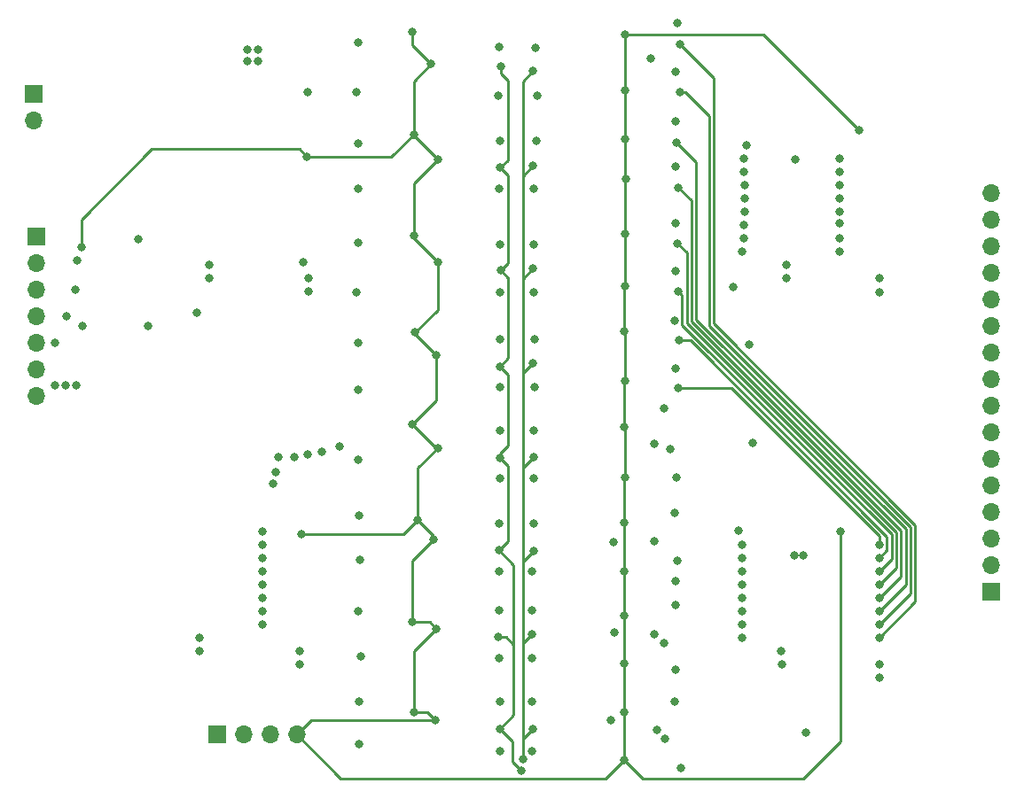
<source format=gbr>
%TF.GenerationSoftware,KiCad,Pcbnew,7.0.6-0*%
%TF.CreationDate,2024-01-17T10:16:55-05:00*%
%TF.ProjectId,SwitchingV3,53776974-6368-4696-9e67-56332e6b6963,rev?*%
%TF.SameCoordinates,Original*%
%TF.FileFunction,Copper,L3,Inr*%
%TF.FilePolarity,Positive*%
%FSLAX46Y46*%
G04 Gerber Fmt 4.6, Leading zero omitted, Abs format (unit mm)*
G04 Created by KiCad (PCBNEW 7.0.6-0) date 2024-01-17 10:16:55*
%MOMM*%
%LPD*%
G01*
G04 APERTURE LIST*
%TA.AperFunction,ComponentPad*%
%ADD10R,1.700000X1.700000*%
%TD*%
%TA.AperFunction,ComponentPad*%
%ADD11O,1.700000X1.700000*%
%TD*%
%TA.AperFunction,ViaPad*%
%ADD12C,0.800000*%
%TD*%
%TA.AperFunction,Conductor*%
%ADD13C,0.250000*%
%TD*%
G04 APERTURE END LIST*
D10*
%TO.N,E_control*%
%TO.C,J3*%
X99060000Y-89789000D03*
D11*
%TO.N,D_control*%
X99060000Y-92329000D03*
%TO.N,S0*%
X99060000Y-94869000D03*
%TO.N,S1*%
X99060000Y-97409000D03*
%TO.N,S2*%
X99060000Y-99949000D03*
%TO.N,S3*%
X99060000Y-102489000D03*
%TO.N,S*%
X99060000Y-105029000D03*
%TD*%
D10*
%TO.N,e1*%
%TO.C,J4*%
X190246000Y-123698000D03*
D11*
%TO.N,e2*%
X190246000Y-121158000D03*
%TO.N,e3*%
X190246000Y-118618000D03*
%TO.N,e4*%
X190246000Y-116078000D03*
%TO.N,e5*%
X190246000Y-113538000D03*
%TO.N,e6*%
X190246000Y-110998000D03*
%TO.N,e7*%
X190246000Y-108458000D03*
%TO.N,e8*%
X190246000Y-105918000D03*
%TO.N,e9*%
X190246000Y-103378000D03*
%TO.N,e10*%
X190246000Y-100838000D03*
%TO.N,e11*%
X190246000Y-98298000D03*
%TO.N,e12*%
X190246000Y-95758000D03*
%TO.N,e13*%
X190246000Y-93218000D03*
%TO.N,e14*%
X190246000Y-90678000D03*
%TO.N,e15*%
X190246000Y-88138000D03*
%TO.N,e16*%
X190246000Y-85598000D03*
%TD*%
D10*
%TO.N,CSOutput1*%
%TO.C,J2*%
X98781000Y-76180000D03*
D11*
%TO.N,CSOutput2*%
X98781000Y-78720000D03*
%TD*%
D10*
%TO.N,+34V*%
%TO.C,J1*%
X116307000Y-137394000D03*
D11*
%TO.N,-34V*%
X118847000Y-137394000D03*
%TO.N,GND*%
X121387000Y-137394000D03*
%TO.N,+3.3V*%
X123927000Y-137394000D03*
%TD*%
D12*
%TO.N,+34V*%
X143183548Y-128070549D03*
X143420500Y-73533000D03*
X143315451Y-136838451D03*
X143391451Y-83193451D03*
X143274951Y-119779951D03*
X145415000Y-140880500D03*
X143340148Y-110943254D03*
X143342951Y-102194951D03*
X143420500Y-93043451D03*
%TO.N,GND*%
X165608000Y-94615000D03*
X124968000Y-75946000D03*
X119253000Y-71882000D03*
X154305000Y-127635000D03*
X157734000Y-72771000D03*
X171450000Y-120269000D03*
X167132000Y-100076000D03*
X171577000Y-82423000D03*
X114427000Y-97028000D03*
X167513000Y-109474000D03*
X120269000Y-71882000D03*
X120269000Y-73025000D03*
X119253000Y-73025000D03*
X172339000Y-120269000D03*
X154178000Y-118999000D03*
X153924000Y-136017000D03*
X124587000Y-92202000D03*
X172593000Y-137160000D03*
%TO.N,-34V*%
X146566077Y-110861173D03*
X145542000Y-139700000D03*
X146481549Y-136855451D03*
X146430500Y-127762000D03*
X146520500Y-83032451D03*
X146520500Y-92830964D03*
X146556250Y-119809451D03*
X146520500Y-101854000D03*
X146520500Y-73966951D03*
%TO.N,+3.3V*%
X155194000Y-117094000D03*
X136779000Y-73279000D03*
X155194000Y-125984000D03*
X124370500Y-118237000D03*
X103378000Y-90805000D03*
X155194000Y-135255000D03*
X155321000Y-70485000D03*
X135128000Y-80010000D03*
X155388800Y-84268800D03*
X155321000Y-89535000D03*
X135128000Y-135255000D03*
X137160000Y-136017000D03*
X135255000Y-98933000D03*
X137287000Y-101092000D03*
X137414000Y-92202000D03*
X137414000Y-109982000D03*
X175895000Y-117983000D03*
X137414000Y-82423000D03*
X135128000Y-89662000D03*
X155261800Y-112843800D03*
X177673000Y-79629000D03*
X155194000Y-121793000D03*
X155284498Y-75819000D03*
X155194000Y-139827000D03*
X137033000Y-118745000D03*
X155194000Y-98806000D03*
X124936500Y-82169000D03*
X137287000Y-127254000D03*
X135509000Y-116877500D03*
X155261800Y-103572800D03*
X155194000Y-130556000D03*
X155261800Y-94555800D03*
X135001000Y-126619000D03*
X155194000Y-107950000D03*
X155304498Y-80480500D03*
X135001000Y-70231000D03*
X135001000Y-107696000D03*
%TO.N,Net-(IC1-B1)*%
X166878000Y-81026000D03*
X109728000Y-98298000D03*
%TO.N,S*%
X103505000Y-98298000D03*
X102997000Y-92075000D03*
%TO.N,S0*%
X102780500Y-94869000D03*
X102870000Y-104013000D03*
X170688000Y-92456000D03*
X115570000Y-92456000D03*
X114681000Y-128143000D03*
X170180000Y-129413000D03*
%TO.N,S1*%
X115570000Y-93726000D03*
X101854000Y-104013000D03*
X170307000Y-130720500D03*
X170688000Y-93726000D03*
X101981000Y-97409000D03*
X114681000Y-129413000D03*
%TO.N,S3*%
X179578000Y-95123000D03*
X179578000Y-131953000D03*
X124206000Y-130683000D03*
X125095000Y-94996000D03*
%TO.N,S2*%
X125095000Y-93726000D03*
X100838000Y-99949000D03*
X179578000Y-93726000D03*
X124206000Y-129413000D03*
X100854497Y-104013000D03*
X179578000Y-130683000D03*
%TO.N,D16_2*%
X120650000Y-126873000D03*
X129794000Y-71247000D03*
%TO.N,D15_2*%
X129667000Y-75946000D03*
X120650000Y-125603000D03*
%TO.N,D14_2*%
X129794000Y-80899000D03*
X120650000Y-124333000D03*
%TO.N,D13_2*%
X120650000Y-123063000D03*
X129794000Y-85217000D03*
%TO.N,D12_2*%
X129789701Y-90419701D03*
X120650000Y-121793000D03*
%TO.N,D11_2*%
X120650000Y-120523000D03*
X129667000Y-95123000D03*
%TO.N,D10_2*%
X129794000Y-99949000D03*
X120650000Y-119253000D03*
%TO.N,D9_2*%
X120650000Y-117983000D03*
X129794000Y-104394000D03*
%TO.N,D8_1*%
X159004000Y-106172000D03*
X166624000Y-82296000D03*
%TO.N,D7_1*%
X159643299Y-110104701D03*
X166624000Y-83566000D03*
%TO.N,D6_1*%
X160020000Y-116205000D03*
X166751000Y-84836000D03*
%TO.N,D5_1*%
X160274000Y-120777000D03*
X166751000Y-86106000D03*
%TO.N,D4_1*%
X160147000Y-124968000D03*
X166751000Y-87376000D03*
%TO.N,D3_1*%
X159004000Y-128651000D03*
X166624000Y-88646000D03*
%TO.N,D2_1*%
X160020000Y-134239000D03*
X166624000Y-89916000D03*
%TO.N,D1_1*%
X159131000Y-137795000D03*
X166497000Y-91186000D03*
%TO.N,D16_1*%
X175768000Y-91186000D03*
X160274000Y-69384500D03*
%TO.N,D15_1*%
X160147000Y-74041000D03*
X175768000Y-89916000D03*
%TO.N,D14_1*%
X160147000Y-78740000D03*
X175768000Y-88519000D03*
%TO.N,D13_1*%
X160147000Y-83058000D03*
X175768000Y-87376000D03*
%TO.N,D12_1*%
X175768000Y-86106000D03*
X160147000Y-88519000D03*
%TO.N,D11_1*%
X160147000Y-93091000D03*
X175768000Y-84836000D03*
%TO.N,D10_1*%
X160020000Y-97790000D03*
X175768000Y-83566000D03*
%TO.N,D9_1*%
X160147000Y-102362000D03*
X175768000Y-82296000D03*
%TO.N,Net-(IC4-B1)*%
X166116000Y-117856000D03*
X108839000Y-90043000D03*
%TO.N,E7_2*%
X128016000Y-109855000D03*
X129794000Y-111125000D03*
%TO.N,E6_2*%
X129921000Y-116459000D03*
X126365000Y-110363000D03*
%TO.N,E5_2*%
X129988800Y-120709200D03*
X124968000Y-110617000D03*
%TO.N,E4_2*%
X129794000Y-125603000D03*
X123698000Y-110871000D03*
%TO.N,E3_2*%
X130033550Y-129944050D03*
X122174000Y-110871000D03*
%TO.N,E2_2*%
X121920000Y-112268000D03*
X129921000Y-134239000D03*
%TO.N,E1_2*%
X121666000Y-113411000D03*
X129921000Y-138303000D03*
%TO.N,E8_1*%
X158115000Y-109601000D03*
X166497000Y-119253000D03*
%TO.N,E7_1*%
X166497000Y-120523000D03*
X160184500Y-112839853D03*
%TO.N,E6_1*%
X158115000Y-118872000D03*
X166497000Y-121793000D03*
%TO.N,E5_1*%
X166497000Y-123063000D03*
X160147000Y-122682000D03*
%TO.N,E4_1*%
X158115000Y-127762000D03*
X166497000Y-124333000D03*
%TO.N,E3_1*%
X166497000Y-125603000D03*
X160142701Y-131186701D03*
%TO.N,E2_1*%
X158369000Y-136906000D03*
X166497000Y-126873000D03*
%TO.N,E1_1*%
X166497000Y-128143000D03*
X160655000Y-140589000D03*
%TO.N,E16_1*%
X179578000Y-128143000D03*
X160528000Y-71374000D03*
%TO.N,E15_1*%
X179578000Y-126873000D03*
X160528000Y-75946000D03*
%TO.N,E14_1*%
X160184500Y-80772000D03*
X179578000Y-125603000D03*
%TO.N,E13_1*%
X179578000Y-124333000D03*
X160401000Y-85090000D03*
%TO.N,E12_1*%
X179578000Y-123063000D03*
X160274000Y-90424000D03*
%TO.N,E11_1*%
X160401000Y-94996000D03*
X179578000Y-121793000D03*
%TO.N,E10_1*%
X179578000Y-120523000D03*
X160438500Y-99695000D03*
%TO.N,E9_1*%
X160401000Y-104267000D03*
X179578000Y-119253000D03*
%TO.N,e1*%
X143383000Y-138938000D03*
X146431000Y-138938000D03*
%TO.N,e2*%
X143383000Y-134239000D03*
X146431000Y-134239000D03*
%TO.N,e3*%
X146431000Y-130048000D03*
X143256000Y-130048000D03*
%TO.N,e4*%
X146431000Y-125476000D03*
X143256000Y-125476000D03*
%TO.N,e5*%
X143256000Y-121793000D03*
X146431000Y-121793000D03*
%TO.N,e6*%
X143256000Y-117221000D03*
X146558000Y-117221000D03*
%TO.N,e7*%
X143383000Y-112903000D03*
X146558000Y-112903000D03*
%TO.N,e8*%
X146558000Y-108331000D03*
X143383000Y-108331000D03*
%TO.N,e9*%
X143383000Y-104140000D03*
X146685000Y-104140000D03*
%TO.N,e10*%
X146685000Y-99568000D03*
X143383000Y-99568000D03*
%TO.N,e11*%
X146558000Y-95123000D03*
X143383000Y-95123000D03*
%TO.N,e12*%
X146558000Y-90551000D03*
X143383000Y-90551000D03*
%TO.N,e13*%
X146558000Y-85217000D03*
X143256000Y-85217000D03*
%TO.N,e14*%
X143383000Y-80645000D03*
X146812000Y-80645000D03*
%TO.N,e15*%
X143205000Y-76288000D03*
X146870520Y-76314514D03*
%TO.N,e16*%
X143305000Y-71689000D03*
X146756128Y-71711588D03*
%TD*%
D13*
%TO.N,+34V*%
X143420500Y-74205500D02*
X143420500Y-73533000D01*
X144108000Y-92355951D02*
X144108000Y-83910000D01*
X143391451Y-83193451D02*
X144108000Y-82476902D01*
X144145000Y-111748106D02*
X143340148Y-110943254D01*
X144108000Y-102960000D02*
X143342951Y-102194951D01*
X144108000Y-82476902D02*
X144108000Y-74893000D01*
X143945549Y-128070549D02*
X143183548Y-128070549D01*
X144653000Y-128778000D02*
X144653000Y-121158000D01*
X144108000Y-109755695D02*
X144108000Y-102960000D01*
X144145000Y-93767951D02*
X143420500Y-93043451D01*
X143340148Y-110523547D02*
X144108000Y-109755695D01*
X144653000Y-121158000D02*
X143274951Y-119779951D01*
X143274951Y-119779951D02*
X144145000Y-118909902D01*
X143342951Y-102194951D02*
X144145000Y-101392902D01*
X144108000Y-83910000D02*
X143391451Y-83193451D01*
X144145000Y-118909902D02*
X144145000Y-111748106D01*
X144145000Y-101392902D02*
X144145000Y-93767951D01*
X143420500Y-93043451D02*
X144108000Y-92355951D01*
X144653000Y-135500902D02*
X144653000Y-128778000D01*
X143315451Y-136838451D02*
X144653000Y-135500902D01*
X144526000Y-139991500D02*
X144526000Y-138049000D01*
X144108000Y-74893000D02*
X143420500Y-74205500D01*
X143340148Y-110943254D02*
X143340148Y-110523547D01*
X144526000Y-138049000D02*
X143315451Y-136838451D01*
X145415000Y-140880500D02*
X144526000Y-139991500D01*
X144653000Y-128778000D02*
X143945549Y-128070549D01*
%TO.N,-34V*%
X145542000Y-128650500D02*
X146430500Y-127762000D01*
X145542000Y-120823701D02*
X146556250Y-119809451D01*
X145542000Y-139700000D02*
X145542000Y-137795000D01*
X145542000Y-74945451D02*
X146520500Y-73966951D01*
X145542000Y-137795000D02*
X145542000Y-128650500D01*
X145542000Y-120823701D02*
X145542000Y-111885250D01*
X145542000Y-84010951D02*
X146520500Y-83032451D01*
X145542000Y-102832500D02*
X146520500Y-101854000D01*
X145542000Y-128650500D02*
X145542000Y-120823701D01*
X145542000Y-102832500D02*
X145542000Y-93809464D01*
X145542000Y-111885250D02*
X146566077Y-110861173D01*
X145542000Y-137795000D02*
X146481549Y-136855451D01*
X145542000Y-93809464D02*
X145542000Y-84010951D01*
X145542000Y-93809464D02*
X146520500Y-92830964D01*
X145542000Y-84010951D02*
X145542000Y-74945451D01*
X145542000Y-111885250D02*
X145542000Y-102832500D01*
%TO.N,+3.3V*%
X137414000Y-92202000D02*
X135128000Y-89916000D01*
X135128000Y-80137000D02*
X135128000Y-80010000D01*
X110104701Y-81411299D02*
X103378000Y-88138000D01*
X135509000Y-116877500D02*
X134149500Y-118237000D01*
X137414000Y-109982000D02*
X137287000Y-109982000D01*
X136779000Y-73279000D02*
X135001000Y-71501000D01*
X155194000Y-112911600D02*
X155261800Y-112843800D01*
X155194000Y-98806000D02*
X155194000Y-94623600D01*
X135128000Y-129413000D02*
X137287000Y-127254000D01*
X155261800Y-94555800D02*
X155261800Y-89594200D01*
X155194000Y-107950000D02*
X155194000Y-103640600D01*
X155194000Y-125984000D02*
X155194000Y-121793000D01*
X175895000Y-138049000D02*
X175895000Y-117983000D01*
X137287000Y-101092000D02*
X135255000Y-99060000D01*
X137414000Y-82423000D02*
X135128000Y-80137000D01*
X155194000Y-130556000D02*
X155194000Y-125984000D01*
X125304000Y-136017000D02*
X137160000Y-136017000D01*
X135001000Y-126619000D02*
X136652000Y-126619000D01*
X123927000Y-137394000D02*
X125304000Y-136017000D01*
X135001000Y-120777000D02*
X137033000Y-118745000D01*
X135509000Y-111887000D02*
X137414000Y-109982000D01*
X155321000Y-84336600D02*
X155388800Y-84268800D01*
X155304498Y-75839000D02*
X155284498Y-75819000D01*
X135001000Y-126619000D02*
X135001000Y-120777000D01*
X136398000Y-135255000D02*
X137160000Y-136017000D01*
X135128000Y-135255000D02*
X136398000Y-135255000D01*
X155284498Y-75819000D02*
X155284498Y-70521502D01*
X137033000Y-118401500D02*
X135509000Y-116877500D01*
X124178799Y-81411299D02*
X110104701Y-81411299D01*
X155261800Y-112843800D02*
X155261800Y-108017800D01*
X135128000Y-89916000D02*
X135128000Y-89662000D01*
X135128000Y-74930000D02*
X136779000Y-73279000D01*
X155194000Y-121793000D02*
X155194000Y-117094000D01*
X155194000Y-94623600D02*
X155261800Y-94555800D01*
X135128000Y-135255000D02*
X135128000Y-129413000D01*
X137287000Y-105410000D02*
X137287000Y-101092000D01*
X123927000Y-137394000D02*
X128138000Y-141605000D01*
X103378000Y-88138000D02*
X103378000Y-90805000D01*
X155261800Y-108017800D02*
X155194000Y-107950000D01*
X134149500Y-118237000D02*
X124370500Y-118237000D01*
X135128000Y-84709000D02*
X137414000Y-82423000D01*
X137414000Y-96774000D02*
X137414000Y-92202000D01*
X153416000Y-141605000D02*
X155194000Y-139827000D01*
X155261800Y-89594200D02*
X155321000Y-89535000D01*
X156972000Y-141605000D02*
X172339000Y-141605000D01*
X155321000Y-70485000D02*
X168529000Y-70485000D01*
X168529000Y-70485000D02*
X177673000Y-79629000D01*
X135001000Y-71501000D02*
X135001000Y-70231000D01*
X155261800Y-103572800D02*
X155261800Y-98873800D01*
X135128000Y-89662000D02*
X135128000Y-84709000D01*
X132969000Y-82169000D02*
X135128000Y-80010000D01*
X155194000Y-117094000D02*
X155194000Y-112911600D01*
X135128000Y-80010000D02*
X135128000Y-74930000D01*
X172339000Y-141605000D02*
X175895000Y-138049000D01*
X155194000Y-103640600D02*
X155261800Y-103572800D01*
X135255000Y-98933000D02*
X137414000Y-96774000D01*
X128138000Y-141605000D02*
X153416000Y-141605000D01*
X135509000Y-116877500D02*
X135509000Y-111887000D01*
X155194000Y-135255000D02*
X155194000Y-130556000D01*
X137287000Y-109982000D02*
X135001000Y-107696000D01*
X155388800Y-84268800D02*
X155304498Y-84184498D01*
X155304498Y-84184498D02*
X155304498Y-80480500D01*
X155194000Y-139827000D02*
X156972000Y-141605000D01*
X135001000Y-107696000D02*
X137287000Y-105410000D01*
X155261800Y-98873800D02*
X155194000Y-98806000D01*
X136652000Y-126619000D02*
X137287000Y-127254000D01*
X135255000Y-99060000D02*
X135255000Y-98933000D01*
X155194000Y-139827000D02*
X155194000Y-135255000D01*
X124936500Y-82169000D02*
X124178799Y-81411299D01*
X137033000Y-118745000D02*
X137033000Y-118401500D01*
X124936500Y-82169000D02*
X132969000Y-82169000D01*
X155321000Y-89535000D02*
X155321000Y-84336600D01*
X155284498Y-70521502D02*
X155321000Y-70485000D01*
X155304498Y-80480500D02*
X155304498Y-75839000D01*
%TO.N,E16_1*%
X179578000Y-128143000D02*
X183018000Y-124703000D01*
X183018000Y-117359000D02*
X163772000Y-98113000D01*
X183018000Y-124703000D02*
X183018000Y-117359000D01*
X163772000Y-98113000D02*
X163772000Y-74618000D01*
X163772000Y-74618000D02*
X160528000Y-71374000D01*
%TO.N,E15_1*%
X182568000Y-123883000D02*
X182568000Y-117545396D01*
X179578000Y-126873000D02*
X182568000Y-123883000D01*
X163322000Y-78241305D02*
X161026695Y-75946000D01*
X161026695Y-75946000D02*
X160528000Y-75946000D01*
X182568000Y-117545396D02*
X163322000Y-98299396D01*
X163322000Y-98299396D02*
X163322000Y-78241305D01*
%TO.N,E14_1*%
X182118000Y-117731792D02*
X162095000Y-97708792D01*
X179578000Y-125603000D02*
X182118000Y-123063000D01*
X162095000Y-82682500D02*
X160184500Y-80772000D01*
X182118000Y-123063000D02*
X182118000Y-117731792D01*
X162095000Y-97708792D02*
X162095000Y-82682500D01*
%TO.N,E13_1*%
X181653000Y-117903188D02*
X161645000Y-97895188D01*
X179578000Y-124333000D02*
X181653000Y-122258000D01*
X161645000Y-86334000D02*
X160401000Y-85090000D01*
X161645000Y-97895188D02*
X161645000Y-86334000D01*
X181653000Y-122258000D02*
X181653000Y-117903188D01*
%TO.N,E12_1*%
X181203000Y-118089584D02*
X161195000Y-98081584D01*
X181203000Y-121438000D02*
X181203000Y-118089584D01*
X179578000Y-123063000D02*
X181203000Y-121438000D01*
X161195000Y-98081584D02*
X161195000Y-91345000D01*
X161195000Y-91345000D02*
X160274000Y-90424000D01*
%TO.N,E11_1*%
X160745000Y-98267980D02*
X160745000Y-95340000D01*
X180753000Y-120618000D02*
X180753000Y-118275980D01*
X160745000Y-95340000D02*
X160401000Y-94996000D01*
X180753000Y-118275980D02*
X160745000Y-98267980D01*
X179578000Y-121793000D02*
X180753000Y-120618000D01*
%TO.N,E10_1*%
X161535624Y-99695000D02*
X160438500Y-99695000D01*
X180303000Y-119798000D02*
X180303000Y-118462376D01*
X180303000Y-118462376D02*
X161535624Y-99695000D01*
X179578000Y-120523000D02*
X180303000Y-119798000D01*
%TO.N,E9_1*%
X179578000Y-119253000D02*
X179578000Y-118373772D01*
X179578000Y-118373772D02*
X165471228Y-104267000D01*
X165471228Y-104267000D02*
X160401000Y-104267000D01*
%TD*%
M02*

</source>
